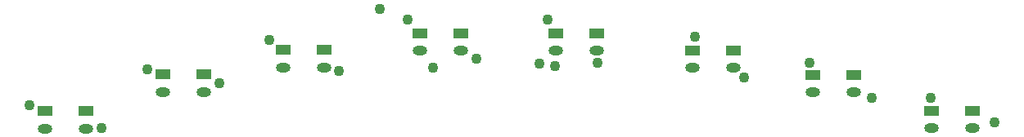
<source format=gbr>
%TF.GenerationSoftware,Altium Limited,Altium Designer,24.7.2 (38)*%
G04 Layer_Color=16711935*
%FSLAX45Y45*%
%MOMM*%
%TF.SameCoordinates,B6918A48-4A74-411C-9F4E-45D1434950E3*%
%TF.FilePolarity,Negative*%
%TF.FileFunction,Soldermask,Bot*%
%TF.Part,Single*%
G01*
G75*
%TA.AperFunction,ViaPad*%
%ADD32C,1.10320*%
%TA.AperFunction,SMDPad,CuDef*%
%ADD33O,1.50320X1.00320*%
%ADD34R,1.50320X1.00320*%
D32*
X14427200Y6299200D02*
D03*
X15138400Y5892800D02*
D03*
X15875000Y6299200D02*
D03*
X17399001Y6121400D02*
D03*
X19837399Y5486400D02*
D03*
X20497800Y5232400D02*
D03*
X14146272Y6409948D02*
D03*
X14693900Y5798820D02*
D03*
X10521691Y5406649D02*
D03*
X11265911Y5167889D02*
D03*
X11735811Y5785109D02*
D03*
X12484100Y5641340D02*
D03*
X13000731Y6082289D02*
D03*
X13721080Y5765800D02*
D03*
X16398241Y5852160D02*
D03*
X17909540Y5699760D02*
D03*
X18590260Y5852160D02*
D03*
X15789651Y5838449D02*
D03*
X15958820Y5819140D02*
D03*
X19227800Y5486400D02*
D03*
D33*
X10678998Y5167660D02*
D03*
X11104001D02*
D03*
X11901099Y5547263D02*
D03*
X12326102D02*
D03*
X13145297Y5800862D02*
D03*
X13570300D02*
D03*
X14557599Y5978063D02*
D03*
X14982600D02*
D03*
X15959679D02*
D03*
X16384682D02*
D03*
X17376999Y5800263D02*
D03*
X17802000D02*
D03*
X18621599Y5546263D02*
D03*
X19046600D02*
D03*
X19845798Y5167762D02*
D03*
X20270799D02*
D03*
D34*
X10678998Y5347660D02*
D03*
X11104001D02*
D03*
X11901099Y5727263D02*
D03*
X12326102D02*
D03*
X13145297Y5980862D02*
D03*
X13570300D02*
D03*
X14557599Y6158062D02*
D03*
X14982600D02*
D03*
X15959679D02*
D03*
X16384682D02*
D03*
X17376999Y5980262D02*
D03*
X17802000D02*
D03*
X18621599Y5726262D02*
D03*
X19046600D02*
D03*
X19845798Y5347762D02*
D03*
X20270799D02*
D03*
%TF.MD5,6a9009ea7fc34638e30206757ec6f255*%
M02*

</source>
